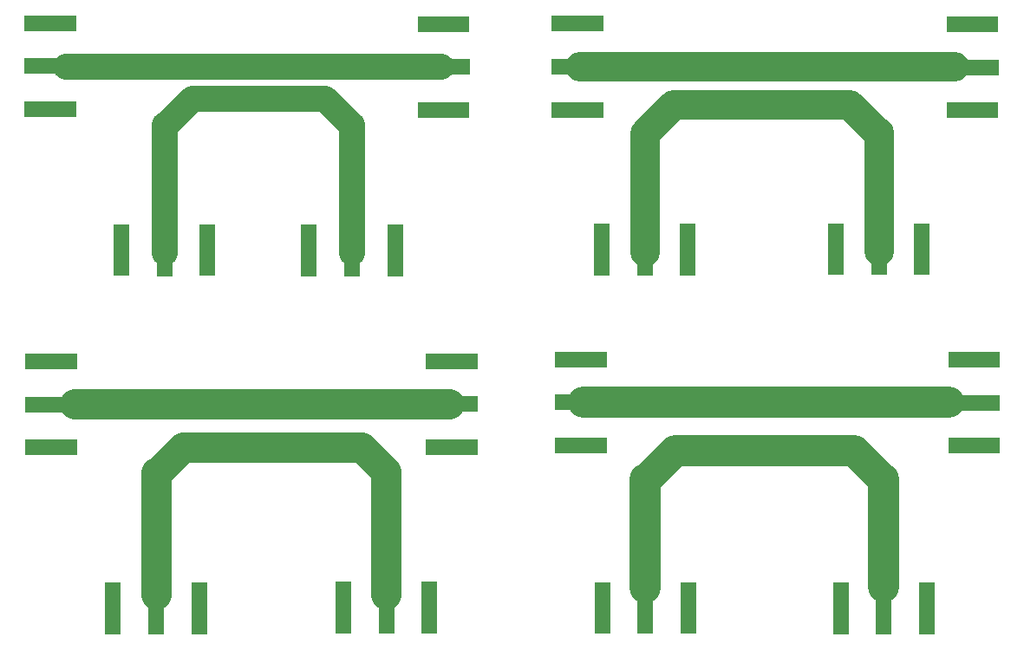
<source format=gbr>
G04 #@! TF.GenerationSoftware,KiCad,Pcbnew,5.1.8-db9833491~88~ubuntu20.04.1*
G04 #@! TF.CreationDate,2021-03-01T03:43:11-08:00*
G04 #@! TF.ProjectId,directional_coupler20dB,64697265-6374-4696-9f6e-616c5f636f75,rev?*
G04 #@! TF.SameCoordinates,Original*
G04 #@! TF.FileFunction,Copper,L1,Top*
G04 #@! TF.FilePolarity,Positive*
%FSLAX46Y46*%
G04 Gerber Fmt 4.6, Leading zero omitted, Abs format (unit mm)*
G04 Created by KiCad (PCBNEW 5.1.8-db9833491~88~ubuntu20.04.1) date 2021-03-01 03:43:11*
%MOMM*%
%LPD*%
G01*
G04 APERTURE LIST*
G04 #@! TA.AperFunction,ComponentPad*
%ADD10R,2.500000X1.600000*%
G04 #@! TD*
G04 #@! TA.AperFunction,SMDPad,CuDef*
%ADD11R,5.600000X1.500000*%
G04 #@! TD*
G04 #@! TA.AperFunction,ComponentPad*
%ADD12R,1.600000X2.500000*%
G04 #@! TD*
G04 #@! TA.AperFunction,SMDPad,CuDef*
%ADD13R,1.500000X5.600000*%
G04 #@! TD*
G04 #@! TA.AperFunction,Conductor*
%ADD14C,2.521590*%
G04 #@! TD*
G04 #@! TA.AperFunction,Conductor*
%ADD15C,2.911020*%
G04 #@! TD*
G04 #@! TA.AperFunction,Conductor*
%ADD16C,3.039220*%
G04 #@! TD*
G04 #@! TA.AperFunction,Conductor*
%ADD17C,2.990140*%
G04 #@! TD*
G04 #@! TA.AperFunction,Conductor*
%ADD18C,0.250000*%
G04 #@! TD*
G04 APERTURE END LIST*
D10*
G04 #@! TO.P,U3,1*
G04 #@! TO.N,GND*
X108950000Y-140430000D03*
D11*
G04 #@! TO.P,U3,2*
G04 #@! TO.N,Net-(U1-Pad2)*
X107450000Y-136230000D03*
D10*
G04 #@! TO.P,U3,1*
G04 #@! TO.N,GND*
X106450000Y-140430000D03*
G04 #@! TO.P,U3,3*
X108950000Y-132030000D03*
X106450000Y-132030000D03*
G04 #@! TD*
G04 #@! TO.P,U1,3*
G04 #@! TO.N,GND*
X69810000Y-140460000D03*
X67310000Y-140460000D03*
G04 #@! TO.P,U1,1*
X69810000Y-132060000D03*
D11*
G04 #@! TO.P,U1,2*
G04 #@! TO.N,Net-(U1-Pad2)*
X68810000Y-136260000D03*
D10*
G04 #@! TO.P,U1,1*
G04 #@! TO.N,GND*
X67310000Y-132060000D03*
G04 #@! TD*
D12*
G04 #@! TO.P,U4,1*
G04 #@! TO.N,GND*
X97110000Y-157330000D03*
D13*
G04 #@! TO.P,U4,2*
G04 #@! TO.N,Net-(U2-Pad2)*
X101310000Y-155830000D03*
D12*
G04 #@! TO.P,U4,1*
G04 #@! TO.N,GND*
X97110000Y-154830000D03*
G04 #@! TO.P,U4,3*
X105510000Y-157330000D03*
X105510000Y-154830000D03*
G04 #@! TD*
G04 #@! TO.P,U2,3*
G04 #@! TO.N,GND*
X83010000Y-154930000D03*
X83010000Y-157430000D03*
G04 #@! TO.P,U2,1*
X74610000Y-154930000D03*
D13*
G04 #@! TO.P,U2,2*
G04 #@! TO.N,Net-(U2-Pad2)*
X78810000Y-155930000D03*
D12*
G04 #@! TO.P,U2,1*
G04 #@! TO.N,GND*
X74610000Y-157430000D03*
G04 #@! TD*
D10*
G04 #@! TO.P,U1,1*
G04 #@! TO.N,GND*
X119060000Y-131870000D03*
D11*
G04 #@! TO.P,U1,2*
G04 #@! TO.N,Net-(U1-Pad2)*
X120560000Y-136070000D03*
D10*
G04 #@! TO.P,U1,1*
G04 #@! TO.N,GND*
X121560000Y-131870000D03*
G04 #@! TO.P,U1,3*
X119060000Y-140270000D03*
X121560000Y-140270000D03*
G04 #@! TD*
D12*
G04 #@! TO.P,U4,3*
G04 #@! TO.N,GND*
X154070000Y-154930000D03*
X154070000Y-157430000D03*
G04 #@! TO.P,U4,1*
X145670000Y-154930000D03*
D13*
G04 #@! TO.P,U4,2*
G04 #@! TO.N,Net-(U2-Pad2)*
X149870000Y-155930000D03*
D12*
G04 #@! TO.P,U4,1*
G04 #@! TO.N,GND*
X145670000Y-157430000D03*
G04 #@! TD*
G04 #@! TO.P,U2,1*
G04 #@! TO.N,GND*
X122380000Y-157380000D03*
D13*
G04 #@! TO.P,U2,2*
G04 #@! TO.N,Net-(U2-Pad2)*
X126580000Y-155880000D03*
D12*
G04 #@! TO.P,U2,1*
G04 #@! TO.N,GND*
X122380000Y-154880000D03*
G04 #@! TO.P,U2,3*
X130780000Y-157380000D03*
X130780000Y-154880000D03*
G04 #@! TD*
D10*
G04 #@! TO.P,U3,3*
G04 #@! TO.N,GND*
X157430000Y-131900000D03*
X159930000Y-131900000D03*
G04 #@! TO.P,U3,1*
X157430000Y-140300000D03*
D11*
G04 #@! TO.P,U3,2*
G04 #@! TO.N,Net-(U1-Pad2)*
X158430000Y-136100000D03*
D10*
G04 #@! TO.P,U3,1*
G04 #@! TO.N,GND*
X159930000Y-140300000D03*
G04 #@! TD*
G04 #@! TO.P,U1,3*
G04 #@! TO.N,GND*
X121210000Y-107470000D03*
X118710000Y-107470000D03*
G04 #@! TO.P,U1,1*
X121210000Y-99070000D03*
D11*
G04 #@! TO.P,U1,2*
G04 #@! TO.N,Net-(U1-Pad2)*
X120210000Y-103270000D03*
D10*
G04 #@! TO.P,U1,1*
G04 #@! TO.N,GND*
X118710000Y-99070000D03*
G04 #@! TD*
D12*
G04 #@! TO.P,U2,3*
G04 #@! TO.N,GND*
X130720000Y-119870000D03*
X130720000Y-122370000D03*
G04 #@! TO.P,U2,1*
X122320000Y-119870000D03*
D13*
G04 #@! TO.P,U2,2*
G04 #@! TO.N,Net-(U2-Pad2)*
X126520000Y-120870000D03*
D12*
G04 #@! TO.P,U2,1*
G04 #@! TO.N,GND*
X122320000Y-122370000D03*
G04 #@! TD*
G04 #@! TO.P,U4,1*
G04 #@! TO.N,GND*
X145210000Y-122320000D03*
D13*
G04 #@! TO.P,U4,2*
G04 #@! TO.N,Net-(U2-Pad2)*
X149410000Y-120820000D03*
D12*
G04 #@! TO.P,U4,1*
G04 #@! TO.N,GND*
X145210000Y-119820000D03*
G04 #@! TO.P,U4,3*
X153610000Y-122320000D03*
X153610000Y-119820000D03*
G04 #@! TD*
D10*
G04 #@! TO.P,U3,1*
G04 #@! TO.N,GND*
X159770000Y-107530000D03*
D11*
G04 #@! TO.P,U3,2*
G04 #@! TO.N,Net-(U1-Pad2)*
X158270000Y-103330000D03*
D10*
G04 #@! TO.P,U3,1*
G04 #@! TO.N,GND*
X157270000Y-107530000D03*
G04 #@! TO.P,U3,3*
X159770000Y-99130000D03*
X157270000Y-99130000D03*
G04 #@! TD*
G04 #@! TO.P,U1,1*
G04 #@! TO.N,GND*
X67250000Y-99020000D03*
D11*
G04 #@! TO.P,U1,2*
G04 #@! TO.N,Net-(U1-Pad2)*
X68750000Y-103220000D03*
D10*
G04 #@! TO.P,U1,1*
G04 #@! TO.N,GND*
X69750000Y-99020000D03*
G04 #@! TO.P,U1,3*
X67250000Y-107420000D03*
X69750000Y-107420000D03*
G04 #@! TD*
D12*
G04 #@! TO.P,U2,1*
G04 #@! TO.N,GND*
X75430000Y-122430000D03*
D13*
G04 #@! TO.P,U2,2*
G04 #@! TO.N,Net-(U2-Pad2)*
X79630000Y-120930000D03*
D12*
G04 #@! TO.P,U2,1*
G04 #@! TO.N,GND*
X75430000Y-119930000D03*
G04 #@! TO.P,U2,3*
X83830000Y-122430000D03*
X83830000Y-119930000D03*
G04 #@! TD*
D10*
G04 #@! TO.P,U3,3*
G04 #@! TO.N,GND*
X105640000Y-99080000D03*
X108140000Y-99080000D03*
G04 #@! TO.P,U3,1*
X105640000Y-107480000D03*
D11*
G04 #@! TO.P,U3,2*
G04 #@! TO.N,Net-(U1-Pad2)*
X106640000Y-103280000D03*
D10*
G04 #@! TO.P,U3,1*
G04 #@! TO.N,GND*
X108140000Y-107480000D03*
G04 #@! TD*
D12*
G04 #@! TO.P,U4,3*
G04 #@! TO.N,GND*
X102140000Y-119940000D03*
X102140000Y-122440000D03*
G04 #@! TO.P,U4,1*
X93740000Y-119940000D03*
D13*
G04 #@! TO.P,U4,2*
G04 #@! TO.N,Net-(U2-Pad2)*
X97940000Y-120940000D03*
D12*
G04 #@! TO.P,U4,1*
G04 #@! TO.N,GND*
X93740000Y-122440000D03*
G04 #@! TD*
D14*
G04 #@! TO.N,Net-(U1-Pad2)*
X70040000Y-103280000D02*
X106640000Y-103280000D01*
D15*
X120210000Y-103270000D02*
X156810000Y-103270000D01*
D16*
X120560000Y-136070000D02*
X156160000Y-136070000D01*
D17*
X70850000Y-136230000D02*
X107450000Y-136230000D01*
D14*
G04 #@! TO.N,Net-(U2-Pad2)*
X97940000Y-121440000D02*
X97940000Y-108900000D01*
X79630000Y-108900000D02*
X79630000Y-121430000D01*
X95340000Y-106360000D02*
X82340000Y-106360000D01*
D15*
X126520000Y-109800000D02*
X126520000Y-121370000D01*
D16*
X126530000Y-143560000D02*
X126530000Y-154130000D01*
X149860000Y-154070000D02*
X149860000Y-143560000D01*
D18*
X146540000Y-107040000D02*
X147630000Y-107040000D01*
X129340000Y-107040000D02*
X128280000Y-107040000D01*
D15*
X146580000Y-107010000D02*
X129380000Y-107010000D01*
X149410000Y-121320000D02*
X149410000Y-109690000D01*
X126590000Y-109800000D02*
X129380000Y-107010000D01*
X126520000Y-109800000D02*
X126590000Y-109800000D01*
X149260000Y-109690000D02*
X146580000Y-107010000D01*
X149410000Y-109690000D02*
X149260000Y-109690000D01*
D17*
X78810000Y-154850000D02*
X78810000Y-142880000D01*
X101270000Y-142800000D02*
X98910000Y-140440000D01*
X98910000Y-140440000D02*
X81410000Y-140440000D01*
X101270000Y-154840000D02*
X101270000Y-142800000D01*
D16*
X146960000Y-140770000D02*
X129510000Y-140770000D01*
X149860000Y-143560000D02*
X149820000Y-143560000D01*
X126720000Y-143560000D02*
X129510000Y-140770000D01*
X126530000Y-143560000D02*
X126720000Y-143560000D01*
X149750000Y-143560000D02*
X146960000Y-140770000D01*
X149860000Y-143560000D02*
X149750000Y-143560000D01*
D17*
X78970000Y-142880000D02*
X81410000Y-140440000D01*
X78810000Y-142880000D02*
X78970000Y-142880000D01*
D14*
X97880000Y-108900000D02*
X95340000Y-106360000D01*
X97940000Y-108900000D02*
X97880000Y-108900000D01*
X79800000Y-108900000D02*
X82340000Y-106360000D01*
X79630000Y-108900000D02*
X79800000Y-108900000D01*
G04 #@! TD*
M02*

</source>
